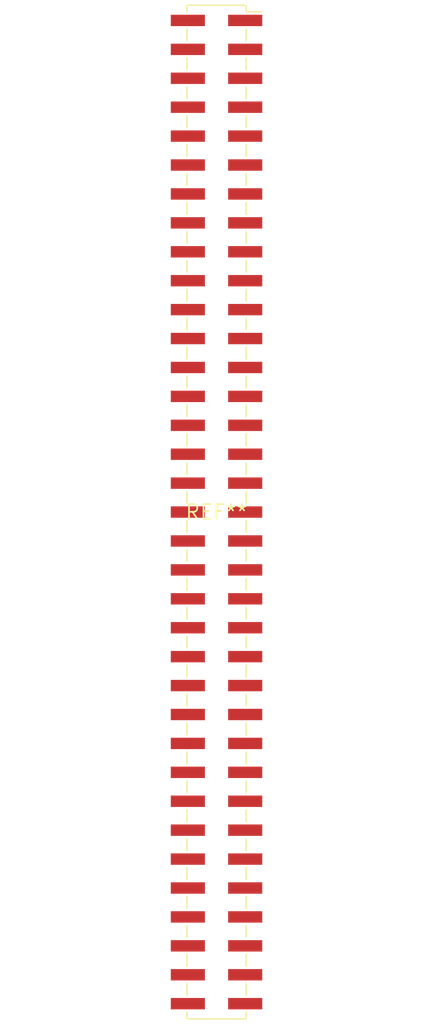
<source format=kicad_pcb>
(kicad_pcb (version 20240108) (generator pcbnew)
  (layers (0 "F.Cu" signal) (31 "B.Cu" signal) (34 "B.Paste" user) (35 "F.Paste" user) (36 "B.SilkS" user "B.Silkscreen") (37 "F.SilkS" user "F.Silkscreen") (38 "B.Mask" user) (39 "F.Mask" user) (44 "Edge.Cuts" user))
  (net 0 "")
  (footprint "PinSocket_2x35_P2.54mm_Vertical_SMD" (layer "F.Cu") (at 0 0)
    (property "Reference" "REF**")
    (property "Value" "PinSocket_2x35_P2.54mm_Vertical_SMD")
    (fp_line (start -2.6 -44.51) (end -2.6 -43.94) (layer "F.SilkS") (stroke (width 0.12)))
    (fp_line (start -2.6 -44.51) (end 2.6 -44.51) (layer "F.SilkS") (stroke (width 0.12)))
    (fp_line (start -2.6 -42.42) (end -2.6 -41.4) (layer "F.SilkS") (stroke (width 0.12)))
    (fp_line (start -2.6 -39.88) (end -2.6 -38.86) (layer "F.SilkS") (stroke (width 0.12)))
    (fp_line (start -2.6 -37.34) (end -2.6 -36.32) (layer "F.SilkS") (stroke (width 0.12)))
    (fp_line (start -2.6 -34.8) (end -2.6 -33.78) (layer "F.SilkS") (stroke (width 0.12)))
    (fp_line (start -2.6 -32.26) (end -2.6 -31.24) (layer "F.SilkS") (stroke (width 0.12)))
    (fp_line (start -2.6 -29.72) (end -2.6 -28.7) (layer "F.SilkS") (stroke (width 0.12)))
    (fp_line (start -2.6 -27.18) (end -2.6 -26.16) (layer "F.SilkS") (stroke (width 0.12)))
    (fp_line (start -2.6 -24.64) (end -2.6 -23.62) (layer "F.SilkS") (stroke (width 0.12)))
    (fp_line (start -2.6 -22.1) (end -2.6 -21.08) (layer "F.SilkS") (stroke (width 0.12)))
    (fp_line (start -2.6 -19.56) (end -2.6 -18.54) (layer "F.SilkS") (stroke (width 0.12)))
    (fp_line (start -2.6 -17.02) (end -2.6 -16) (layer "F.SilkS") (stroke (width 0.12)))
    (fp_line (start -2.6 -14.48) (end -2.6 -13.46) (layer "F.SilkS") (stroke (width 0.12)))
    (fp_line (start -2.6 -11.94) (end -2.6 -10.92) (layer "F.SilkS") (stroke (width 0.12)))
    (fp_line (start -2.6 -9.4) (end -2.6 -8.38) (layer "F.SilkS") (stroke (width 0.12)))
    (fp_line (start -2.6 -6.86) (end -2.6 -5.84) (layer "F.SilkS") (stroke (width 0.12)))
    (fp_line (start -2.6 -4.32) (end -2.6 -3.3) (layer "F.SilkS") (stroke (width 0.12)))
    (fp_line (start -2.6 -1.78) (end -2.6 -0.76) (layer "F.SilkS") (stroke (width 0.12)))
    (fp_line (start -2.6 0.76) (end -2.6 1.78) (layer "F.SilkS") (stroke (width 0.12)))
    (fp_line (start -2.6 3.3) (end -2.6 4.32) (layer "F.SilkS") (stroke (width 0.12)))
    (fp_line (start -2.6 5.84) (end -2.6 6.86) (layer "F.SilkS") (stroke (width 0.12)))
    (fp_line (start -2.6 8.38) (end -2.6 9.4) (layer "F.SilkS") (stroke (width 0.12)))
    (fp_line (start -2.6 10.92) (end -2.6 11.94) (layer "F.SilkS") (stroke (width 0.12)))
    (fp_line (start -2.6 13.46) (end -2.6 14.48) (layer "F.SilkS") (stroke (width 0.12)))
    (fp_line (start -2.6 16) (end -2.6 17.02) (layer "F.SilkS") (stroke (width 0.12)))
    (fp_line (start -2.6 18.54) (end -2.6 19.56) (layer "F.SilkS") (stroke (width 0.12)))
    (fp_line (start -2.6 21.08) (end -2.6 22.1) (layer "F.SilkS") (stroke (width 0.12)))
    (fp_line (start -2.6 23.62) (end -2.6 24.64) (layer "F.SilkS") (stroke (width 0.12)))
    (fp_line (start -2.6 26.16) (end -2.6 27.18) (layer "F.SilkS") (stroke (width 0.12)))
    (fp_line (start -2.6 28.7) (end -2.6 29.72) (layer "F.SilkS") (stroke (width 0.12)))
    (fp_line (start -2.6 31.24) (end -2.6 32.26) (layer "F.SilkS") (stroke (width 0.12)))
    (fp_line (start -2.6 33.78) (end -2.6 34.8) (layer "F.SilkS") (stroke (width 0.12)))
    (fp_line (start -2.6 36.32) (end -2.6 37.34) (layer "F.SilkS") (stroke (width 0.12)))
    (fp_line (start -2.6 38.86) (end -2.6 39.88) (layer "F.SilkS") (stroke (width 0.12)))
    (fp_line (start -2.6 41.4) (end -2.6 42.42) (layer "F.SilkS") (stroke (width 0.12)))
    (fp_line (start -2.6 43.94) (end -2.6 44.51) (layer "F.SilkS") (stroke (width 0.12)))
    (fp_line (start -2.6 44.51) (end 2.6 44.51) (layer "F.SilkS") (stroke (width 0.12)))
    (fp_line (start 2.6 -44.51) (end 2.6 -43.94) (layer "F.SilkS") (stroke (width 0.12)))
    (fp_line (start 2.6 -43.94) (end 3.96 -43.94) (layer "F.SilkS") (stroke (width 0.12)))
    (fp_line (start 2.6 -42.42) (end 2.6 -41.4) (layer "F.SilkS") (stroke (width 0.12)))
    (fp_line (start 2.6 -39.88) (end 2.6 -38.86) (layer "F.SilkS") (stroke (width 0.12)))
    (fp_line (start 2.6 -37.34) (end 2.6 -36.32) (layer "F.SilkS") (stroke (width 0.12)))
    (fp_line (start 2.6 -34.8) (end 2.6 -33.78) (layer "F.SilkS") (stroke (width 0.12)))
    (fp_line (start 2.6 -32.26) (end 2.6 -31.24) (layer "F.SilkS") (stroke (width 0.12)))
    (fp_line (start 2.6 -29.72) (end 2.6 -28.7) (layer "F.SilkS") (stroke (width 0.12)))
    (fp_line (start 2.6 -27.18) (end 2.6 -26.16) (layer "F.SilkS") (stroke (width 0.12)))
    (fp_line (start 2.6 -24.64) (end 2.6 -23.62) (layer "F.SilkS") (stroke (width 0.12)))
    (fp_line (start 2.6 -22.1) (end 2.6 -21.08) (layer "F.SilkS") (stroke (width 0.12)))
    (fp_line (start 2.6 -19.56) (end 2.6 -18.54) (layer "F.SilkS") (stroke (width 0.12)))
    (fp_line (start 2.6 -17.02) (end 2.6 -16) (layer "F.SilkS") (stroke (width 0.12)))
    (fp_line (start 2.6 -14.48) (end 2.6 -13.46) (layer "F.SilkS") (stroke (width 0.12)))
    (fp_line (start 2.6 -11.94) (end 2.6 -10.92) (layer "F.SilkS") (stroke (width 0.12)))
    (fp_line (start 2.6 -9.4) (end 2.6 -8.38) (layer "F.SilkS") (stroke (width 0.12)))
    (fp_line (start 2.6 -6.86) (end 2.6 -5.84) (layer "F.SilkS") (stroke (width 0.12)))
    (fp_line (start 2.6 -4.32) (end 2.6 -3.3) (layer "F.SilkS") (stroke (width 0.12)))
    (fp_line (start 2.6 -1.78) (end 2.6 -0.76) (layer "F.SilkS") (stroke (width 0.12)))
    (fp_line (start 2.6 0.76) (end 2.6 1.78) (layer "F.SilkS") (stroke (width 0.12)))
    (fp_line (start 2.6 3.3) (end 2.6 4.32) (layer "F.SilkS") (stroke (width 0.12)))
    (fp_line (start 2.6 5.84) (end 2.6 6.86) (layer "F.SilkS") (stroke (width 0.12)))
    (fp_line (start 2.6 8.38) (end 2.6 9.4) (layer "F.SilkS") (stroke (width 0.12)))
    (fp_line (start 2.6 10.92) (end 2.6 11.94) (layer "F.SilkS") (stroke (width 0.12)))
    (fp_line (start 2.6 13.46) (end 2.6 14.48) (layer "F.SilkS") (stroke (width 0.12)))
    (fp_line (start 2.6 16) (end 2.6 17.02) (layer "F.SilkS") (stroke (width 0.12)))
    (fp_line (start 2.6 18.54) (end 2.6 19.56) (layer "F.SilkS") (stroke (width 0.12)))
    (fp_line (start 2.6 21.08) (end 2.6 22.1) (layer "F.SilkS") (stroke (width 0.12)))
    (fp_line (start 2.6 23.62) (end 2.6 24.64) (layer "F.SilkS") (stroke (width 0.12)))
    (fp_line (start 2.6 26.16) (end 2.6 27.18) (layer "F.SilkS") (stroke (width 0.12)))
    (fp_line (start 2.6 28.7) (end 2.6 29.72) (layer "F.SilkS") (stroke (width 0.12)))
    (fp_line (start 2.6 31.24) (end 2.6 32.26) (layer "F.SilkS") (stroke (width 0.12)))
    (fp_line (start 2.6 33.78) (end 2.6 34.8) (layer "F.SilkS") (stroke (width 0.12)))
    (fp_line (start 2.6 36.32) (end 2.6 37.34) (layer "F.SilkS") (stroke (width 0.12)))
    (fp_line (start 2.6 38.86) (end 2.6 39.88) (layer "F.SilkS") (stroke (width 0.12)))
    (fp_line (start 2.6 41.4) (end 2.6 42.42) (layer "F.SilkS") (stroke (width 0.12)))
    (fp_line (start 2.6 43.94) (end 2.6 44.51) (layer "F.SilkS") (stroke (width 0.12)))
    (pad "1" smd rect (at 2.52 -43.18) (size 3 1) (layers "F.Cu" "F.Paste" "F.Mask"))
    (pad "2" smd rect (at -2.52 -43.18) (size 3 1) (layers "F.Cu" "F.Paste" "F.Mask"))
    (pad "3" smd rect (at 2.52 -40.64) (size 3 1) (layers "F.Cu" "F.Paste" "F.Mask"))
    (pad "4" smd rect (at -2.52 -40.64) (size 3 1) (layers "F.Cu" "F.Paste" "F.Mask"))
    (pad "5" smd rect (at 2.52 -38.1) (size 3 1) (layers "F.Cu" "F.Paste" "F.Mask"))
    (pad "6" smd rect (at -2.52 -38.1) (size 3 1) (layers "F.Cu" "F.Paste" "F.Mask"))
    (pad "7" smd rect (at 2.52 -35.56) (size 3 1) (layers "F.Cu" "F.Paste" "F.Mask"))
    (pad "8" smd rect (at -2.52 -35.56) (size 3 1) (layers "F.Cu" "F.Paste" "F.Mask"))
    (pad "9" smd rect (at 2.52 -33.02) (size 3 1) (layers "F.Cu" "F.Paste" "F.Mask"))
    (pad "10" smd rect (at -2.52 -33.02) (size 3 1) (layers "F.Cu" "F.Paste" "F.Mask"))
    (pad "11" smd rect (at 2.52 -30.48) (size 3 1) (layers "F.Cu" "F.Paste" "F.Mask"))
    (pad "12" smd rect (at -2.52 -30.48) (size 3 1) (layers "F.Cu" "F.Paste" "F.Mask"))
    (pad "13" smd rect (at 2.52 -27.94) (size 3 1) (layers "F.Cu" "F.Paste" "F.Mask"))
    (pad "14" smd rect (at -2.52 -27.94) (size 3 1) (layers "F.Cu" "F.Paste" "F.Mask"))
    (pad "15" smd rect (at 2.52 -25.4) (size 3 1) (layers "F.Cu" "F.Paste" "F.Mask"))
    (pad "16" smd rect (at -2.52 -25.4) (size 3 1) (layers "F.Cu" "F.Paste" "F.Mask"))
    (pad "17" smd rect (at 2.52 -22.86) (size 3 1) (layers "F.Cu" "F.Paste" "F.Mask"))
    (pad "18" smd rect (at -2.52 -22.86) (size 3 1) (layers "F.Cu" "F.Paste" "F.Mask"))
    (pad "19" smd rect (at 2.52 -20.32) (size 3 1) (layers "F.Cu" "F.Paste" "F.Mask"))
    (pad "20" smd rect (at -2.52 -20.32) (size 3 1) (layers "F.Cu" "F.Paste" "F.Mask"))
    (pad "21" smd rect (at 2.52 -17.78) (size 3 1) (layers "F.Cu" "F.Paste" "F.Mask"))
    (pad "22" smd rect (at -2.52 -17.78) (size 3 1) (layers "F.Cu" "F.Paste" "F.Mask"))
    (pad "23" smd rect (at 2.52 -15.24) (size 3 1) (layers "F.Cu" "F.Paste" "F.Mask"))
    (pad "24" smd rect (at -2.52 -15.24) (size 3 1) (layers "F.Cu" "F.Paste" "F.Mask"))
    (pad "25" smd rect (at 2.52 -12.7) (size 3 1) (layers "F.Cu" "F.Paste" "F.Mask"))
    (pad "26" smd rect (at -2.52 -12.7) (size 3 1) (layers "F.Cu" "F.Paste" "F.Mask"))
    (pad "27" smd rect (at 2.52 -10.16) (size 3 1) (layers "F.Cu" "F.Paste" "F.Mask"))
    (pad "28" smd rect (at -2.52 -10.16) (size 3 1) (layers "F.Cu" "F.Paste" "F.Mask"))
    (pad "29" smd rect (at 2.52 -7.62) (size 3 1) (layers "F.Cu" "F.Paste" "F.Mask"))
    (pad "30" smd rect (at -2.52 -7.62) (size 3 1) (layers "F.Cu" "F.Paste" "F.Mask"))
    (pad "31" smd rect (at 2.52 -5.08) (size 3 1) (layers "F.Cu" "F.Paste" "F.Mask"))
    (pad "32" smd rect (at -2.52 -5.08) (size 3 1) (layers "F.Cu" "F.Paste" "F.Mask"))
    (pad "33" smd rect (at 2.52 -2.54) (size 3 1) (layers "F.Cu" "F.Paste" "F.Mask"))
    (pad "34" smd rect (at -2.52 -2.54) (size 3 1) (layers "F.Cu" "F.Paste" "F.Mask"))
    (pad "35" smd rect (at 2.52 0) (size 3 1) (layers "F.Cu" "F.Paste" "F.Mask"))
    (pad "36" smd rect (at -2.52 0) (size 3 1) (layers "F.Cu" "F.Paste" "F.Mask"))
    (pad "37" smd rect (at 2.52 2.54) (size 3 1) (layers "F.Cu" "F.Paste" "F.Mask"))
    (pad "38" smd rect (at -2.52 2.54) (size 3 1) (layers "F.Cu" "F.Paste" "F.Mask"))
    (pad "39" smd rect (at 2.52 5.08) (size 3 1) (layers "F.Cu" "F.Paste" "F.Mask"))
    (pad "40" smd rect (at -2.52 5.08) (size 3 1) (layers "F.Cu" "F.Paste" "F.Mask"))
    (pad "41" smd rect (at 2.52 7.62) (size 3 1) (layers "F.Cu" "F.Paste" "F.Mask"))
    (pad "42" smd rect (at -2.52 7.62) (size 3 1) (layers "F.Cu" "F.Paste" "F.Mask"))
    (pad "43" smd rect (at 2.52 10.16) (size 3 1) (layers "F.Cu" "F.Paste" "F.Mask"))
    (pad "44" smd rect (at -2.52 10.16) (size 3 1) (layers "F.Cu" "F.Paste" "F.Mask"))
    (pad "45" smd rect (at 2.52 12.7) (size 3 1) (layers "F.Cu" "F.Paste" "F.Mask"))
    (pad "46" smd rect (at -2.52 12.7) (size 3 1) (layers "F.Cu" "F.Paste" "F.Mask"))
    (pad "47" smd rect (at 2.52 15.24) (size 3 1) (layers "F.Cu" "F.Paste" "F.Mask"))
    (pad "48" smd rect (at -2.52 15.24) (size 3 1) (layers "F.Cu" "F.Paste" "F.Mask"))
    (pad "49" smd rect (at 2.52 17.78) (size 3 1) (layers "F.Cu" "F.Paste" "F.Mask"))
    (pad "50" smd rect (at -2.52 17.78) (size 3 1) (layers "F.Cu" "F.Paste" "F.Mask"))
    (pad "51" smd rect (at 2.52 20.32) (size 3 1) (layers "F.Cu" "F.Paste" "F.Mask"))
    (pad "52" smd rect (at -2.52 20.32) (size 3 1) (layers "F.Cu" "F.Paste" "F.Mask"))
    (pad "53" smd rect (at 2.52 22.86) (size 3 1) (layers "F.Cu" "F.Paste" "F.Mask"))
    (pad "54" smd rect (at -2.52 22.86) (size 3 1) (layers "F.Cu" "F.Paste" "F.Mask"))
    (pad "55" smd rect (at 2.52 25.4) (size 3 1) (layers "F.Cu" "F.Paste" "F.Mask"))
    (pad "56" smd rect (at -2.52 25.4) (size 3 1) (layers "F.Cu" "F.Paste" "F.Mask"))
    (pad "57" smd rect (at 2.52 27.94) (size 3 1) (layers "F.Cu" "F.Paste" "F.Mask"))
    (pad "58" smd rect (at -2.52 27.94) (size 3 1) (layers "F.Cu" "F.Paste" "F.Mask"))
    (pad "59" smd rect (at 2.52 30.48) (size 3 1) (layers "F.Cu" "F.Paste" "F.Mask"))
    (pad "60" smd rect (at -2.52 30.48) (size 3 1) (layers "F.Cu" "F.Paste" "F.Mask"))
    (pad "61" smd rect (at 2.52 33.02) (size 3 1) (layers "F.Cu" "F.Paste" "F.Mask"))
    (pad "62" smd rect (at -2.52 33.02) (size 3 1) (layers "F.Cu" "F.Paste" "F.Mask"))
    (pad "63" smd rect (at 2.52 35.56) (size 3 1) (layers "F.Cu" "F.Paste" "F.Mask"))
    (pad "64" smd rect (at -2.52 35.56) (size 3 1) (layers "F.Cu" "F.Paste" "F.Mask"))
    (pad "65" smd rect (at 2.52 38.1) (size 3 1) (layers "F.Cu" "F.Paste" "F.Mask"))
    (pad "66" smd rect (at -2.52 38.1) (size 3 1) (layers "F.Cu" "F.Paste" "F.Mask"))
    (pad "67" smd rect (at 2.52 40.64) (size 3 1) (layers "F.Cu" "F.Paste" "F.Mask"))
    (pad "68" smd rect (at -2.52 40.64) (size 3 1) (layers "F.Cu" "F.Paste" "F.Mask"))
    (pad "69" smd rect (at 2.52 43.18) (size 3 1) (layers "F.Cu" "F.Paste" "F.Mask"))
    (pad "70" smd rect (at -2.52 43.18) (size 3 1) (layers "F.Cu" "F.Paste" "F.Mask"))
  )
)
</source>
